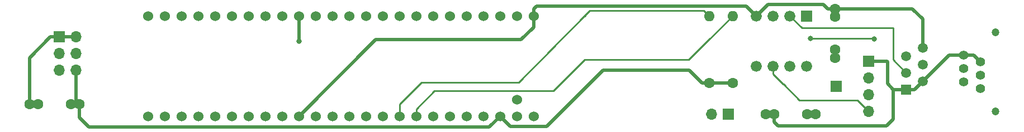
<source format=gbr>
G04 #@! TF.GenerationSoftware,KiCad,Pcbnew,(5.1.5)-3*
G04 #@! TF.CreationDate,2020-08-25T13:18:29+02:00*
G04 #@! TF.ProjectId,DNMS,444e4d53-2e6b-4696-9361-645f70636258,0.9.0*
G04 #@! TF.SameCoordinates,Original*
G04 #@! TF.FileFunction,Copper,L2,Bot*
G04 #@! TF.FilePolarity,Positive*
%FSLAX46Y46*%
G04 Gerber Fmt 4.6, Leading zero omitted, Abs format (unit mm)*
G04 Created by KiCad (PCBNEW (5.1.5)-3) date 2020-08-25 13:18:29*
%MOMM*%
%LPD*%
G04 APERTURE LIST*
%ADD10C,1.400000*%
%ADD11C,1.200000*%
%ADD12R,1.520000X1.520000*%
%ADD13C,1.520000*%
%ADD14C,1.530000*%
%ADD15C,1.524000*%
%ADD16R,1.700000X1.700000*%
%ADD17C,1.600000*%
%ADD18O,1.700000X1.700000*%
%ADD19R,1.676400X1.676400*%
%ADD20C,1.676400*%
%ADD21O,1.600000X1.600000*%
%ADD22C,0.800000*%
%ADD23C,0.500000*%
%ADD24C,0.250000*%
G04 APERTURE END LIST*
D10*
X203762480Y-82748280D03*
X206302480Y-83768280D03*
X203762480Y-84788280D03*
X206302480Y-85808280D03*
X203762480Y-86828280D03*
X206302480Y-87848280D03*
D11*
X208602480Y-91298280D03*
X208602480Y-79298280D03*
D12*
X195064380Y-87988140D03*
D13*
X197604380Y-86718140D03*
X195064380Y-85448140D03*
X197604380Y-84178140D03*
X195064380Y-82908140D03*
X197604380Y-81638140D03*
D14*
X138645800Y-76809600D03*
X136105800Y-76809600D03*
X133565800Y-76809600D03*
X131025800Y-76809600D03*
X128485800Y-76809600D03*
X125945800Y-76809600D03*
X123405800Y-76809600D03*
X120865800Y-76809600D03*
X118325800Y-76809600D03*
X115785800Y-76809600D03*
X113245800Y-76809600D03*
X110705800Y-76809600D03*
X108165800Y-76809600D03*
X105625800Y-76809600D03*
X103085800Y-76809600D03*
X100545800Y-76809600D03*
X105625800Y-92049600D03*
X108165800Y-92049600D03*
X110705800Y-92049600D03*
X113245800Y-92049600D03*
X115785800Y-92049600D03*
X118325800Y-92049600D03*
X120865800Y-92049600D03*
X123405800Y-92049600D03*
X125945800Y-92049600D03*
X128485800Y-92049600D03*
X131025800Y-92049600D03*
X133565800Y-92049600D03*
X136105800Y-92049600D03*
X138645800Y-92049600D03*
X98005800Y-76809600D03*
X95465800Y-76809600D03*
X92925800Y-76809600D03*
X90385800Y-76809600D03*
X87845800Y-76809600D03*
X85305800Y-76809600D03*
X82765800Y-76809600D03*
X80225800Y-76809600D03*
X103085800Y-92049600D03*
X100545800Y-92049600D03*
X98005800Y-92049600D03*
X80225800Y-92049600D03*
X82765800Y-92049600D03*
X85305800Y-92049600D03*
X87845800Y-92049600D03*
X90385800Y-92049600D03*
X92925800Y-92049600D03*
X95465800Y-92049600D03*
D15*
X136105800Y-89509600D03*
D16*
X184429400Y-87477600D03*
D17*
X180062200Y-91770200D03*
X175062200Y-91770200D03*
X173812200Y-91770200D03*
X181312200Y-91770200D03*
X184327800Y-76960400D03*
X184327800Y-81960400D03*
X184327800Y-83210400D03*
X184327800Y-75710400D03*
X63549200Y-90227400D03*
X68549200Y-90227400D03*
X69799200Y-90227400D03*
X62299200Y-90227400D03*
D18*
X69342000Y-85090000D03*
X66802000Y-85090000D03*
X69342000Y-82550000D03*
X66802000Y-82550000D03*
X69342000Y-80010000D03*
D16*
X66802000Y-80010000D03*
D18*
X189414400Y-91363800D03*
X189414400Y-88823800D03*
X189414400Y-86283800D03*
D16*
X189414400Y-83743800D03*
D18*
X165588400Y-91744800D03*
D16*
X168128400Y-91744800D03*
D19*
X179986000Y-76808000D03*
D20*
X177446000Y-76808000D03*
X174906000Y-76808000D03*
X172366000Y-76808000D03*
X172366000Y-84428000D03*
X174906000Y-84428000D03*
X177446000Y-84428000D03*
X179986000Y-84428000D03*
D21*
X165254000Y-76808000D03*
D17*
X165254000Y-86968000D03*
D21*
X168810000Y-76808000D03*
D17*
X168810000Y-86968000D03*
D22*
X103073200Y-80619600D03*
X180568600Y-80264000D03*
X190189400Y-80289400D03*
D23*
X66802000Y-80010000D02*
X69342000Y-80010000D01*
X172366000Y-76808000D02*
X174099190Y-75074810D01*
X189586200Y-86112000D02*
X189414400Y-86283800D01*
X65452000Y-80010000D02*
X66802000Y-80010000D01*
X62299200Y-83162800D02*
X65452000Y-80010000D01*
X138645800Y-75727727D02*
X138645800Y-76809600D01*
X139089527Y-75284000D02*
X138645800Y-75727727D01*
X170842000Y-75284000D02*
X139089527Y-75284000D01*
X172366000Y-76808000D02*
X170842000Y-75284000D01*
X103085800Y-92049600D02*
X114693600Y-80441800D01*
X114693600Y-80441800D02*
X136728200Y-80441800D01*
X138645800Y-78524200D02*
X138645800Y-76809600D01*
X136728200Y-80441800D02*
X138645800Y-78524200D01*
X180062200Y-91770200D02*
X181312200Y-91770200D01*
X184327800Y-75710400D02*
X184327800Y-76960400D01*
X184327800Y-75710400D02*
X196017500Y-75710400D01*
X197604380Y-77297280D02*
X197604380Y-81638140D01*
X196017500Y-75710400D02*
X197604380Y-77297280D01*
X183196430Y-75710400D02*
X184327800Y-75710400D01*
X182560840Y-75074810D02*
X183196430Y-75710400D01*
X174099190Y-75074810D02*
X182560840Y-75074810D01*
X62299200Y-86524480D02*
X62299200Y-90227400D01*
X62299200Y-83162800D02*
X62299200Y-86524480D01*
X62299200Y-90227400D02*
X63549200Y-90227400D01*
X165254000Y-86968000D02*
X168810000Y-86968000D01*
X71296790Y-93724990D02*
X69799200Y-92227400D01*
X131890410Y-93724990D02*
X71296790Y-93724990D01*
X133565800Y-92049600D02*
X131890410Y-93724990D01*
X103085800Y-77891473D02*
X103085800Y-76809600D01*
X103073200Y-77904073D02*
X103085800Y-77891473D01*
X103073200Y-80619600D02*
X103073200Y-80619600D01*
X103073200Y-80619600D02*
X103073200Y-77904073D01*
X135088200Y-93572000D02*
X133565800Y-92049600D01*
X164122630Y-86968000D02*
X162193830Y-85039200D01*
X149148800Y-85039200D02*
X140616000Y-93572000D01*
X165254000Y-86968000D02*
X164122630Y-86968000D01*
X140616000Y-93572000D02*
X135088200Y-93572000D01*
X162193830Y-85039200D02*
X149148800Y-85039200D01*
X69799200Y-92227400D02*
X69799200Y-90227400D01*
X69342000Y-89770200D02*
X69799200Y-90227400D01*
X69342000Y-85090000D02*
X69342000Y-89770200D01*
X69799200Y-90227400D02*
X68549200Y-90227400D01*
X205282480Y-82748280D02*
X206302480Y-83768280D01*
X203762480Y-82748280D02*
X205282480Y-82748280D01*
X196334380Y-87988140D02*
X197604380Y-86718140D01*
X195064380Y-87988140D02*
X196334380Y-87988140D01*
X201574240Y-82748280D02*
X203762480Y-82748280D01*
X197604380Y-86718140D02*
X201574240Y-82748280D01*
X189414400Y-83743800D02*
X192138300Y-83743800D01*
X192138300Y-83743800D02*
X192222120Y-83827620D01*
X192222120Y-83827620D02*
X192222120Y-87124540D01*
X193085720Y-87988140D02*
X195064380Y-87988140D01*
X192222120Y-87124540D02*
X193085720Y-87988140D01*
X193085720Y-92483940D02*
X193085720Y-87988140D01*
X192051940Y-93517720D02*
X193085720Y-92483940D01*
X175678350Y-93517720D02*
X192051940Y-93517720D01*
X175062200Y-91770200D02*
X175062200Y-92901570D01*
X175062200Y-92901570D02*
X175678350Y-93517720D01*
D24*
X190189400Y-80289400D02*
X190189400Y-80289400D01*
X190164000Y-80264000D02*
X190189400Y-80289400D01*
X180568600Y-80264000D02*
X190164000Y-80264000D01*
X179301800Y-78663800D02*
X177446000Y-76808000D01*
X193090800Y-78663800D02*
X179301800Y-78663800D01*
X193090800Y-83375500D02*
X193075560Y-83390740D01*
X193090800Y-78663800D02*
X193090800Y-83375500D01*
X193075560Y-83459320D02*
X195064380Y-85448140D01*
X193075560Y-83390740D02*
X193075560Y-83459320D01*
X121629500Y-86904500D02*
X136361500Y-86904500D01*
X118325800Y-92049600D02*
X118325800Y-90208200D01*
X118325800Y-90208200D02*
X121629500Y-86904500D01*
X165254000Y-76808000D02*
X164442800Y-75996800D01*
X147116800Y-75996800D02*
X146278600Y-76835000D01*
X164442800Y-75996800D02*
X147116800Y-75996800D01*
X136361500Y-86904500D02*
X146278600Y-76835000D01*
X146278600Y-76835000D02*
X146458000Y-76808000D01*
X187661800Y-89611200D02*
X189414400Y-91363800D01*
X174906000Y-85613393D02*
X176453800Y-87161193D01*
X178917600Y-89611200D02*
X187661800Y-89611200D01*
X174906000Y-84428000D02*
X174906000Y-85613393D01*
X176453800Y-87161193D02*
X176467593Y-87161193D01*
X176467593Y-87161193D02*
X178917600Y-89611200D01*
X168810000Y-76808000D02*
X164936500Y-80681500D01*
X141605000Y-88188800D02*
X124070209Y-88222991D01*
X123610536Y-88222991D02*
X124070209Y-88222991D01*
X120865800Y-90967727D02*
X123610536Y-88222991D01*
X120865800Y-92049600D02*
X120865800Y-90967727D01*
X164936500Y-80681500D02*
X164911100Y-80681500D01*
X164911100Y-80681500D02*
X162128200Y-83464400D01*
X146329400Y-83464400D02*
X141605000Y-88188800D01*
X162128200Y-83464400D02*
X146329400Y-83464400D01*
M02*

</source>
